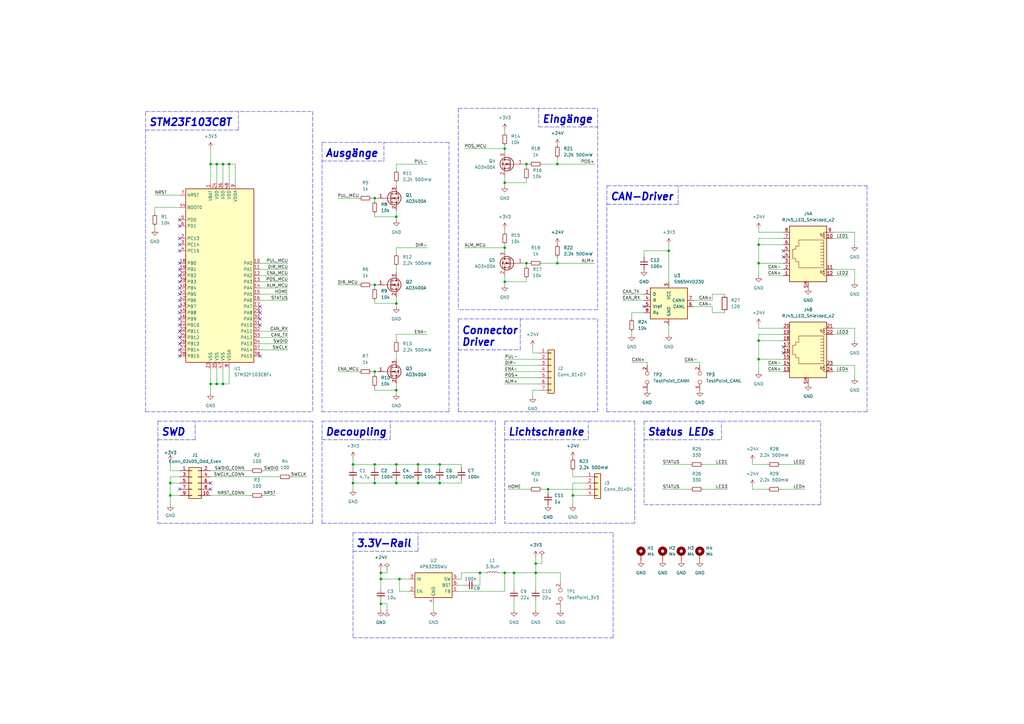
<source format=kicad_sch>
(kicad_sch (version 20211123) (generator eeschema)
  (paper "A3")
  (junction (at 153.67 198.12))
  (junction (at 311.15 147.32))
  (junction (at 162.56 124.46))
  (junction (at 91.44 67.31))
  (junction (at 91.44 157.48))
  (junction (at 234.95 203.2))
  (junction (at 156.21 234.95))
  (junction (at 274.32 102.87))
  (junction (at 153.67 116.84))
  (junction (at 207.01 234.95))
  (junction (at 219.71 234.95))
  (junction (at 207.01 74.93))
  (junction (at 86.36 67.31))
  (junction (at 153.67 152.4))
  (junction (at 144.78 198.12))
  (junction (at 69.85 198.12))
  (junction (at 210.82 234.95))
  (junction (at 153.67 190.5))
  (junction (at 162.56 190.5))
  (junction (at 156.21 247.65))
  (junction (at 224.79 200.66))
  (junction (at 207.01 60.96))
  (junction (at 156.21 237.49))
  (junction (at 215.9 107.95))
  (junction (at 93.98 67.31))
  (junction (at 144.78 190.5))
  (junction (at 180.34 198.12))
  (junction (at 215.9 67.31))
  (junction (at 228.6 107.95))
  (junction (at 171.45 190.5))
  (junction (at 153.67 81.28))
  (junction (at 180.34 190.5))
  (junction (at 311.15 107.95))
  (junction (at 228.6 67.31))
  (junction (at 171.45 198.12))
  (junction (at 219.71 231.14))
  (junction (at 88.9 67.31))
  (junction (at 162.56 198.12))
  (junction (at 207.01 115.57))
  (junction (at 88.9 157.48))
  (junction (at 69.85 203.2))
  (junction (at 86.36 157.48))
  (junction (at 163.83 237.49))
  (junction (at 162.56 160.02))
  (junction (at 196.85 234.95))
  (junction (at 311.15 139.7))
  (junction (at 207.01 101.6))
  (junction (at 311.15 100.33))
  (junction (at 162.56 88.9))
  (no_connect (at 321.31 142.24))
  (no_connect (at 321.31 144.78))
  (no_connect (at 73.66 125.73))
  (no_connect (at 73.66 140.97))
  (no_connect (at 73.66 143.51))
  (no_connect (at 86.36 198.12))
  (no_connect (at 73.66 133.35))
  (no_connect (at 73.66 130.81))
  (no_connect (at 321.31 102.87))
  (no_connect (at 73.66 128.27))
  (no_connect (at 73.66 138.43))
  (no_connect (at 73.66 135.89))
  (no_connect (at 73.66 200.66))
  (no_connect (at 264.16 125.73))
  (no_connect (at 106.68 130.81))
  (no_connect (at 106.68 133.35))
  (no_connect (at 106.68 128.27))
  (no_connect (at 73.66 123.19))
  (no_connect (at 73.66 120.65))
  (no_connect (at 106.68 146.05))
  (no_connect (at 73.66 90.17))
  (no_connect (at 73.66 97.79))
  (no_connect (at 73.66 118.11))
  (no_connect (at 73.66 92.71))
  (no_connect (at 73.66 100.33))
  (no_connect (at 73.66 115.57))
  (no_connect (at 73.66 102.87))
  (no_connect (at 73.66 107.95))
  (no_connect (at 73.66 113.03))
  (no_connect (at 73.66 110.49))
  (no_connect (at 73.66 146.05))
  (no_connect (at 106.68 125.73))
  (no_connect (at 86.36 200.66))
  (no_connect (at 321.31 105.41))
  (wire (pts (xy 153.67 118.11) (xy 153.67 116.84)))
  (wire (pts (xy 153.67 116.84) (xy 154.94 116.84)))
  (wire (pts (xy 156.21 247.65) (xy 156.21 250.19)))
  (wire (pts (xy 153.67 88.9) (xy 162.56 88.9)))
  (wire (pts (xy 350.52 110.49) (xy 350.52 115.57)))
  (wire (pts (xy 207.01 152.4) (xy 220.98 152.4)))
  (wire (pts (xy 265.43 148.59) (xy 265.43 149.86)))
  (wire (pts (xy 180.34 190.5) (xy 189.23 190.5)))
  (wire (pts (xy 102.87 193.04) (xy 86.36 193.04)))
  (wire (pts (xy 222.25 200.66) (xy 224.79 200.66)))
  (wire (pts (xy 264.16 102.87) (xy 264.16 105.41)))
  (polyline (pts (xy 132.08 168.91) (xy 184.15 168.91)))
  (wire (pts (xy 144.78 196.85) (xy 144.78 198.12)))
  (polyline (pts (xy 80.01 180.34) (xy 80.01 172.72)))
  (polyline (pts (xy 251.46 261.62) (xy 251.46 218.44)))
  (polyline (pts (xy 59.69 168.91) (xy 128.27 168.91)))
  (polyline (pts (xy 355.6 76.2) (xy 355.6 168.91)))
  (wire (pts (xy 86.36 67.31) (xy 88.9 67.31)))
  (wire (pts (xy 207.01 101.6) (xy 207.01 102.87)))
  (wire (pts (xy 156.21 234.95) (xy 156.21 237.49)))
  (wire (pts (xy 88.9 157.48) (xy 86.36 157.48)))
  (polyline (pts (xy 264.16 172.72) (xy 336.55 172.72)))
  (wire (pts (xy 144.78 198.12) (xy 153.67 198.12)))
  (polyline (pts (xy 64.77 180.34) (xy 80.01 180.34)))
  (wire (pts (xy 195.58 240.03) (xy 196.85 240.03)))
  (wire (pts (xy 152.4 116.84) (xy 153.67 116.84)))
  (wire (pts (xy 308.61 189.23) (xy 308.61 190.5)))
  (wire (pts (xy 311.15 97.79) (xy 311.15 100.33)))
  (wire (pts (xy 107.95 203.2) (xy 113.03 203.2)))
  (wire (pts (xy 311.15 147.32) (xy 311.15 152.4)))
  (wire (pts (xy 88.9 151.13) (xy 88.9 157.48)))
  (wire (pts (xy 210.82 234.95) (xy 210.82 241.3)))
  (wire (pts (xy 69.85 203.2) (xy 73.66 203.2)))
  (polyline (pts (xy 144.78 218.44) (xy 144.78 261.62)))
  (wire (pts (xy 153.67 82.55) (xy 153.67 81.28)))
  (polyline (pts (xy 203.2 172.72) (xy 203.2 214.63)))
  (wire (pts (xy 220.98 160.02) (xy 218.44 160.02)))
  (wire (pts (xy 311.15 93.98) (xy 311.15 95.25)))
  (wire (pts (xy 144.78 187.96) (xy 144.78 190.5)))
  (wire (pts (xy 106.68 138.43) (xy 118.11 138.43)))
  (wire (pts (xy 86.36 60.96) (xy 86.36 67.31)))
  (polyline (pts (xy 160.02 180.34) (xy 160.02 172.72)))
  (wire (pts (xy 234.95 203.2) (xy 234.95 207.01)))
  (wire (pts (xy 259.08 128.27) (xy 264.16 128.27)))
  (wire (pts (xy 229.87 234.95) (xy 229.87 238.76)))
  (wire (pts (xy 88.9 67.31) (xy 88.9 74.93)))
  (polyline (pts (xy 132.08 214.63) (xy 132.08 172.72)))
  (wire (pts (xy 314.96 110.49) (xy 321.31 110.49)))
  (wire (pts (xy 219.71 231.14) (xy 219.71 234.95)))
  (wire (pts (xy 222.25 67.31) (xy 228.6 67.31)))
  (wire (pts (xy 144.78 198.12) (xy 144.78 200.66)))
  (wire (pts (xy 106.68 140.97) (xy 118.11 140.97)))
  (wire (pts (xy 163.83 242.57) (xy 167.64 242.57)))
  (wire (pts (xy 138.43 116.84) (xy 147.32 116.84)))
  (wire (pts (xy 138.43 152.4) (xy 147.32 152.4)))
  (wire (pts (xy 93.98 151.13) (xy 93.98 157.48)))
  (wire (pts (xy 207.01 74.93) (xy 207.01 76.2)))
  (wire (pts (xy 314.96 152.4) (xy 321.31 152.4)))
  (wire (pts (xy 218.44 160.02) (xy 218.44 162.56)))
  (wire (pts (xy 208.28 200.66) (xy 217.17 200.66)))
  (wire (pts (xy 207.01 147.32) (xy 220.98 147.32)))
  (polyline (pts (xy 245.11 168.91) (xy 245.11 130.81)))
  (wire (pts (xy 106.68 107.95) (xy 118.11 107.95)))
  (wire (pts (xy 228.6 107.95) (xy 243.84 107.95)))
  (polyline (pts (xy 132.08 66.04) (xy 157.48 66.04)))
  (wire (pts (xy 311.15 137.16) (xy 311.15 139.7)))
  (wire (pts (xy 93.98 157.48) (xy 91.44 157.48)))
  (wire (pts (xy 320.04 190.5) (xy 330.2 190.5)))
  (wire (pts (xy 308.61 190.5) (xy 314.96 190.5)))
  (wire (pts (xy 311.15 139.7) (xy 311.15 147.32)))
  (wire (pts (xy 63.5 85.09) (xy 63.5 87.63)))
  (polyline (pts (xy 187.96 143.51) (xy 213.36 143.51)))
  (wire (pts (xy 292.1 120.65) (xy 297.18 120.65)))
  (wire (pts (xy 106.68 143.51) (xy 118.11 143.51)))
  (wire (pts (xy 158.75 247.65) (xy 156.21 247.65)))
  (polyline (pts (xy 264.16 172.72) (xy 264.16 207.01)))
  (wire (pts (xy 341.63 110.49) (xy 350.52 110.49)))
  (wire (pts (xy 69.85 189.23) (xy 69.85 193.04)))
  (polyline (pts (xy 144.78 261.62) (xy 251.46 261.62)))
  (wire (pts (xy 152.4 81.28) (xy 153.67 81.28)))
  (wire (pts (xy 162.56 157.48) (xy 162.56 160.02)))
  (wire (pts (xy 207.01 113.03) (xy 207.01 115.57)))
  (wire (pts (xy 153.67 190.5) (xy 162.56 190.5)))
  (wire (pts (xy 93.98 67.31) (xy 93.98 74.93)))
  (polyline (pts (xy 187.96 130.81) (xy 187.96 168.91)))
  (wire (pts (xy 240.03 198.12) (xy 234.95 198.12)))
  (wire (pts (xy 106.68 135.89) (xy 118.11 135.89)))
  (wire (pts (xy 219.71 234.95) (xy 229.87 234.95)))
  (wire (pts (xy 91.44 67.31) (xy 91.44 74.93)))
  (polyline (pts (xy 157.48 66.04) (xy 157.48 58.42)))
  (wire (pts (xy 280.67 148.59) (xy 287.02 148.59)))
  (wire (pts (xy 106.68 113.03) (xy 118.11 113.03)))
  (polyline (pts (xy 184.15 168.91) (xy 184.15 58.42)))
  (wire (pts (xy 222.25 107.95) (xy 228.6 107.95)))
  (polyline (pts (xy 207.01 180.34) (xy 241.3 180.34)))
  (polyline (pts (xy 213.36 143.51) (xy 213.36 130.81)))
  (wire (pts (xy 292.1 125.73) (xy 292.1 128.27)))
  (wire (pts (xy 152.4 152.4) (xy 153.67 152.4)))
  (polyline (pts (xy 220.98 44.45) (xy 220.98 52.07)))
  (wire (pts (xy 69.85 195.58) (xy 73.66 195.58)))
  (wire (pts (xy 311.15 107.95) (xy 311.15 113.03)))
  (wire (pts (xy 196.85 240.03) (xy 196.85 234.95)))
  (wire (pts (xy 189.23 196.85) (xy 189.23 198.12)))
  (wire (pts (xy 138.43 81.28) (xy 147.32 81.28)))
  (polyline (pts (xy 207.01 172.72) (xy 207.01 214.63)))
  (wire (pts (xy 187.96 240.03) (xy 190.5 240.03)))
  (wire (pts (xy 229.87 250.19) (xy 229.87 248.92)))
  (wire (pts (xy 189.23 190.5) (xy 189.23 191.77)))
  (polyline (pts (xy 187.96 44.45) (xy 245.11 44.45)))
  (polyline (pts (xy 248.92 168.91) (xy 248.92 76.2)))
  (wire (pts (xy 259.08 130.81) (xy 259.08 128.27)))
  (wire (pts (xy 162.56 86.36) (xy 162.56 88.9)))
  (wire (pts (xy 207.01 59.69) (xy 207.01 60.96)))
  (wire (pts (xy 341.63 134.62) (xy 350.52 134.62)))
  (wire (pts (xy 162.56 124.46) (xy 162.56 125.73)))
  (wire (pts (xy 321.31 95.25) (xy 311.15 95.25)))
  (wire (pts (xy 271.78 200.66) (xy 283.21 200.66)))
  (wire (pts (xy 107.95 193.04) (xy 114.3 193.04)))
  (wire (pts (xy 222.25 231.14) (xy 219.71 231.14)))
  (wire (pts (xy 180.34 198.12) (xy 189.23 198.12)))
  (wire (pts (xy 341.63 149.86) (xy 350.52 149.86)))
  (polyline (pts (xy 245.11 44.45) (xy 245.11 127)))
  (wire (pts (xy 255.27 123.19) (xy 264.16 123.19)))
  (polyline (pts (xy 171.45 226.06) (xy 171.45 218.44)))
  (wire (pts (xy 292.1 125.73) (xy 284.48 125.73)))
  (wire (pts (xy 287.02 148.59) (xy 287.02 149.86)))
  (wire (pts (xy 162.56 137.16) (xy 175.26 137.16)))
  (wire (pts (xy 69.85 203.2) (xy 69.85 198.12)))
  (wire (pts (xy 91.44 67.31) (xy 93.98 67.31)))
  (wire (pts (xy 153.67 196.85) (xy 153.67 198.12)))
  (wire (pts (xy 153.67 153.67) (xy 153.67 152.4)))
  (wire (pts (xy 156.21 237.49) (xy 156.21 241.3)))
  (wire (pts (xy 88.9 67.31) (xy 91.44 67.31)))
  (wire (pts (xy 162.56 67.31) (xy 175.26 67.31)))
  (wire (pts (xy 187.96 242.57) (xy 207.01 242.57)))
  (wire (pts (xy 106.68 123.19) (xy 118.11 123.19)))
  (wire (pts (xy 96.52 67.31) (xy 96.52 74.93)))
  (wire (pts (xy 106.68 110.49) (xy 118.11 110.49)))
  (wire (pts (xy 215.9 115.57) (xy 207.01 115.57)))
  (polyline (pts (xy 187.96 168.91) (xy 245.11 168.91)))
  (polyline (pts (xy 241.3 180.34) (xy 241.3 172.72)))
  (wire (pts (xy 210.82 234.95) (xy 219.71 234.95)))
  (polyline (pts (xy 132.08 58.42) (xy 132.08 168.91)))
  (wire (pts (xy 311.15 139.7) (xy 321.31 139.7)))
  (wire (pts (xy 114.3 195.58) (xy 86.36 195.58)))
  (wire (pts (xy 240.03 195.58) (xy 234.95 195.58)))
  (wire (pts (xy 350.52 149.86) (xy 350.52 154.94)))
  (wire (pts (xy 207.01 93.98) (xy 207.01 95.25)))
  (polyline (pts (xy 278.13 83.82) (xy 278.13 76.2)))
  (wire (pts (xy 189.23 237.49) (xy 189.23 234.95)))
  (wire (pts (xy 162.56 190.5) (xy 171.45 190.5)))
  (polyline (pts (xy 251.46 218.44) (xy 144.78 218.44)))
  (wire (pts (xy 162.56 101.6) (xy 175.26 101.6)))
  (wire (pts (xy 162.56 109.22) (xy 162.56 111.76)))
  (polyline (pts (xy 248.92 83.82) (xy 278.13 83.82)))
  (wire (pts (xy 86.36 151.13) (xy 86.36 157.48)))
  (wire (pts (xy 210.82 246.38) (xy 210.82 250.19)))
  (wire (pts (xy 215.9 107.95) (xy 217.17 107.95)))
  (polyline (pts (xy 187.96 130.81) (xy 245.11 130.81)))
  (wire (pts (xy 180.34 196.85) (xy 180.34 198.12)))
  (wire (pts (xy 311.15 100.33) (xy 311.15 107.95)))
  (wire (pts (xy 215.9 114.3) (xy 215.9 115.57)))
  (wire (pts (xy 214.63 67.31) (xy 215.9 67.31)))
  (polyline (pts (xy 64.77 214.63) (xy 128.27 214.63)))
  (wire (pts (xy 207.01 100.33) (xy 207.01 101.6)))
  (wire (pts (xy 341.63 152.4) (xy 347.98 152.4)))
  (wire (pts (xy 341.63 97.79) (xy 347.98 97.79)))
  (wire (pts (xy 220.98 144.78) (xy 218.44 144.78)))
  (wire (pts (xy 207.01 115.57) (xy 207.01 116.84)))
  (wire (pts (xy 162.56 160.02) (xy 162.56 161.29)))
  (wire (pts (xy 274.32 102.87) (xy 274.32 115.57)))
  (wire (pts (xy 153.67 158.75) (xy 153.67 160.02)))
  (polyline (pts (xy 245.11 127) (xy 187.96 127)))
  (wire (pts (xy 341.63 113.03) (xy 347.98 113.03)))
  (wire (pts (xy 207.01 72.39) (xy 207.01 74.93)))
  (wire (pts (xy 222.25 228.6) (xy 222.25 231.14)))
  (polyline (pts (xy 207.01 172.72) (xy 260.35 172.72)))
  (wire (pts (xy 153.67 152.4) (xy 154.94 152.4)))
  (wire (pts (xy 228.6 67.31) (xy 243.84 67.31)))
  (wire (pts (xy 153.67 81.28) (xy 154.94 81.28)))
  (wire (pts (xy 153.67 198.12) (xy 162.56 198.12)))
  (wire (pts (xy 153.67 124.46) (xy 162.56 124.46)))
  (wire (pts (xy 341.63 137.16) (xy 347.98 137.16)))
  (polyline (pts (xy 260.35 172.72) (xy 260.35 214.63)))
  (wire (pts (xy 144.78 190.5) (xy 153.67 190.5)))
  (wire (pts (xy 311.15 107.95) (xy 321.31 107.95)))
  (wire (pts (xy 162.56 190.5) (xy 162.56 191.77)))
  (polyline (pts (xy 187.96 44.45) (xy 187.96 127)))
  (wire (pts (xy 162.56 101.6) (xy 162.56 104.14)))
  (wire (pts (xy 219.71 234.95) (xy 219.71 241.3)))
  (polyline (pts (xy 59.69 168.91) (xy 59.69 45.72)))
  (wire (pts (xy 167.64 237.49) (xy 163.83 237.49)))
  (wire (pts (xy 69.85 207.01) (xy 69.85 203.2)))
  (wire (pts (xy 196.85 234.95) (xy 199.39 234.95)))
  (wire (pts (xy 207.01 154.94) (xy 220.98 154.94)))
  (wire (pts (xy 207.01 149.86) (xy 220.98 149.86)))
  (wire (pts (xy 218.44 142.24) (xy 218.44 144.78)))
  (wire (pts (xy 63.5 80.01) (xy 73.66 80.01)))
  (wire (pts (xy 187.96 237.49) (xy 189.23 237.49)))
  (wire (pts (xy 163.83 237.49) (xy 163.83 242.57)))
  (wire (pts (xy 171.45 190.5) (xy 171.45 191.77)))
  (wire (pts (xy 162.56 74.93) (xy 162.56 76.2)))
  (wire (pts (xy 73.66 85.09) (xy 63.5 85.09)))
  (polyline (pts (xy 128.27 214.63) (xy 128.27 172.72)))
  (polyline (pts (xy 248.92 76.2) (xy 355.6 76.2)))
  (wire (pts (xy 86.36 157.48) (xy 86.36 161.29)))
  (wire (pts (xy 63.5 92.71) (xy 63.5 93.98)))
  (wire (pts (xy 224.79 200.66) (xy 240.03 200.66)))
  (wire (pts (xy 292.1 128.27) (xy 297.18 128.27)))
  (wire (pts (xy 311.15 133.35) (xy 311.15 134.62)))
  (polyline (pts (xy 295.91 180.34) (xy 295.91 172.72)))
  (polyline (pts (xy 59.69 45.72) (xy 128.27 45.72)))
  (polyline (pts (xy 132.08 172.72) (xy 203.2 172.72)))
  (polyline (pts (xy 260.35 214.63) (xy 207.01 214.63)))
  (wire (pts (xy 274.32 100.33) (xy 274.32 102.87)))
  (wire (pts (xy 171.45 198.12) (xy 180.34 198.12)))
  (polyline (pts (xy 355.6 168.91) (xy 248.92 168.91)))
  (wire (pts (xy 215.9 67.31) (xy 217.17 67.31)))
  (wire (pts (xy 171.45 196.85) (xy 171.45 198.12)))
  (wire (pts (xy 190.5 101.6) (xy 207.01 101.6)))
  (polyline (pts (xy 64.77 172.72) (xy 128.27 172.72)))
  (wire (pts (xy 311.15 100.33) (xy 321.31 100.33)))
  (wire (pts (xy 156.21 237.49) (xy 163.83 237.49)))
  (wire (pts (xy 308.61 200.66) (xy 314.96 200.66)))
  (wire (pts (xy 259.08 135.89) (xy 259.08 137.16)))
  (wire (pts (xy 207.01 60.96) (xy 207.01 62.23)))
  (wire (pts (xy 314.96 149.86) (xy 321.31 149.86)))
  (wire (pts (xy 162.56 198.12) (xy 171.45 198.12)))
  (wire (pts (xy 219.71 228.6) (xy 219.71 231.14)))
  (wire (pts (xy 224.79 200.66) (xy 224.79 201.93)))
  (wire (pts (xy 162.56 144.78) (xy 162.56 147.32)))
  (wire (pts (xy 86.36 67.31) (xy 86.36 74.93)))
  (polyline (pts (xy 132.08 214.63) (xy 203.2 214.63)))
  (wire (pts (xy 73.66 193.04) (xy 69.85 193.04)))
  (wire (pts (xy 171.45 190.5) (xy 180.34 190.5)))
  (wire (pts (xy 350.52 134.62) (xy 350.52 139.7)))
  (wire (pts (xy 215.9 73.66) (xy 215.9 74.93)))
  (wire (pts (xy 320.04 200.66) (xy 330.2 200.66)))
  (wire (pts (xy 321.31 97.79) (xy 311.15 97.79)))
  (polyline (pts (xy 144.78 226.06) (xy 171.45 226.06)))
  (wire (pts (xy 119.38 195.58) (xy 125.73 195.58)))
  (wire (pts (xy 207.01 234.95) (xy 210.82 234.95)))
  (wire (pts (xy 162.56 121.92) (xy 162.56 124.46)))
  (wire (pts (xy 215.9 67.31) (xy 215.9 68.58)))
  (wire (pts (xy 180.34 190.5) (xy 180.34 191.77)))
  (wire (pts (xy 207.01 53.34) (xy 207.01 54.61)))
  (wire (pts (xy 190.5 60.96) (xy 207.01 60.96)))
  (wire (pts (xy 259.08 148.59) (xy 265.43 148.59)))
  (wire (pts (xy 219.71 246.38) (xy 219.71 250.19)))
  (wire (pts (xy 153.67 160.02) (xy 162.56 160.02)))
  (wire (pts (xy 271.78 190.5) (xy 283.21 190.5)))
  (polyline (pts (xy 184.15 58.42) (xy 132.08 58.42)))
  (polyline (pts (xy 128.27 45.72) (xy 128.27 168.91)))
  (wire (pts (xy 255.27 120.65) (xy 264.16 120.65)))
  (wire (pts (xy 234.95 203.2) (xy 240.03 203.2)))
  (wire (pts (xy 69.85 198.12) (xy 73.66 198.12)))
  (wire (pts (xy 158.75 233.68) (xy 158.75 234.95)))
  (wire (pts (xy 284.48 123.19) (xy 292.1 123.19)))
  (wire (pts (xy 207.01 242.57) (xy 207.01 234.95)))
  (wire (pts (xy 207.01 157.48) (xy 220.98 157.48)))
  (wire (pts (xy 162.56 137.16) (xy 162.56 139.7)))
  (polyline (pts (xy 59.69 53.34) (xy 97.79 53.34)))
  (wire (pts (xy 106.68 115.57) (xy 118.11 115.57)))
  (wire (pts (xy 274.32 133.35) (xy 274.32 137.16)))
  (wire (pts (xy 106.68 120.65) (xy 118.11 120.65)))
  (polyline (pts (xy 64.77 172.72) (xy 64.77 214.63)))
  (wire (pts (xy 215.9 107.95) (xy 215.9 109.22)))
  (wire (pts (xy 153.67 190.5) (xy 153.67 191.77)))
  (wire (pts (xy 228.6 64.77) (xy 228.6 67.31)))
  (wire (pts (xy 214.63 107.95) (xy 215.9 107.95)))
  (wire (pts (xy 153.67 87.63) (xy 153.67 88.9)))
  (polyline (pts (xy 264.16 207.01) (xy 336.55 207.01)))
  (wire (pts (xy 288.29 200.66) (xy 298.45 200.66)))
  (wire (pts (xy 215.9 74.93) (xy 207.01 74.93)))
  (wire (pts (xy 314.96 113.03) (xy 321.31 113.03)))
  (wire (pts (xy 162.56 67.31) (xy 162.56 69.85)))
  (polyline (pts (xy 264.16 180.34) (xy 295.91 180.34)))
  (wire (pts (xy 106.68 118.11) (xy 118.11 118.11)))
  (wire (pts (xy 69.85 198.12) (xy 69.85 195.58)))
  (wire (pts (xy 321.31 134.62) (xy 311.15 134.62)))
  (wire (pts (xy 308.61 199.39) (xy 308.61 200.66)))
  (polyline (pts (xy 220.98 52.07) (xy 245.11 52.07)))
  (wire (pts (xy 228.6 105.41) (xy 228.6 107.95)))
  (wire (pts (xy 162.56 88.9) (xy 162.56 90.17)))
  (wire (pts (xy 311.15 147.32) (xy 321.31 147.32)))
  (wire (pts (xy 153.67 123.19) (xy 153.67 124.46)))
  (wire (pts (xy 234.95 193.04) (xy 234.95 195.58)))
  (wire (pts (xy 91.44 151.13) (xy 91.44 157.48)))
  (polyline (pts (xy 97.79 53.34) (xy 97.79 45.72)))
  (wire (pts (xy 93.98 67.31) (xy 96.52 67.31)))
  (wire (pts (xy 292.1 123.19) (xy 292.1 120.65)))
  (wire (pts (xy 204.47 234.95) (xy 207.01 234.95)))
  (wire (pts (xy 91.44 157.48) (xy 88.9 157.48)))
  (wire (pts (xy 158.75 250.19) (xy 158.75 247.65)))
  (wire (pts (xy 156.21 246.38) (xy 156.21 247.65)))
  (wire (pts (xy 274.32 102.87) (xy 264.16 102.87)))
  (wire (pts (xy 234.95 198.12) (xy 234.95 203.2)))
  (wire (pts (xy 189.23 234.95) (xy 196.85 234.95)))
  (wire (pts (xy 162.56 196.85) (xy 162.56 198.12)))
  (wire (pts (xy 156.21 233.68) (xy 156.21 234.95)))
  (wire (pts (xy 350.52 95.25) (xy 350.52 100.33)))
  (wire (pts (xy 177.8 247.65) (xy 177.8 250.19)))
  (polyline (pts (xy 336.55 207.01) (xy 336.55 172.72)))
  (wire (pts (xy 321.31 137.16) (xy 311.15 137.16)))
  (wire (pts (xy 158.75 234.95) (xy 156.21 234.95)))
  (wire (pts (xy 144.78 190.5) (xy 144.78 191.77)))
  (wire (pts (xy 288.29 190.5) (xy 298.45 190.5)))
  (wire (pts (xy 102.87 203.2) (xy 86.36 203.2)))
  (wire (pts (xy 341.63 95.25) (xy 350.52 95.25)))
  (polyline (pts (xy 132.08 180.34) (xy 160.02 180.34)))
  (text "Eingänge" (at 222.25 50.8 0) (effects (font (size 2.9972 2.9972) (thickness 0.5994) bold italic) (justify left bottom)))
  (text "Lichtschranke" (at 208.28 179.07 0) (effects (font (size 2.9972 2.9972) (thickness 0.5994) bold italic) (justify left bottom)))
  (text "SWD" (at 66.04 179.07 0) (effects (font (size 2.9972 2.9972) (thickness 0.5994) bold italic) (justify left bottom)))
  (text "Connector\nDriver" (at 189.23 142.24 0) (effects (font (size 2.9972 2.9972) (thickness 0.5994) bold italic) (justify left bottom)))
  (text "CAN-Driver" (at 250.19 82.55 0) (effects (font (size 3 3) (thickness 0.6) bold italic) (justify left bottom)))
  (text "Ausgänge" (at 133.35 64.77 0) (effects (font (size 2.9972 2.9972) (thickness 0.5994) bold italic) (justify left bottom)))
  (text "3.3V-Rail" (at 146.05 224.79 0) (effects (font (size 3 3) (thickness 0.6) bold italic) (justify left bottom)))
  (text "STM23F103C8T" (at 60.96 52.07 0) (effects (font (size 2.9972 2.9972) (thickness 0.5994) bold italic) (justify left bottom)))
  (text "Decoupling" (at 133.35 179.07 0) (effects (font (size 2.9972 2.9972) (thickness 0.5994) bold italic) (justify left bottom)))
  (text "Status LEDs" (at 265.43 179.07 0) (effects (font (size 2.9972 2.9972) (thickness 0.5994) bold italic) (justify left bottom)))
  (label "CAN_TX" (at 255.27 120.65 0))
  (label "POS+" (at 207.01 154.94 0))
  (label "SWDIO_CONN" (at 100.33 193.04 180))
  (label "POS_MCU" (at 118.11 115.57 180))
  (label "STATUS" (at 271.78 200.66 0))
  (label "SWDIO" (at 118.11 140.97 180))
  (label "SWCLK_CONN" (at 100.33 195.58 180))
  (label "LED1" (at 347.98 97.79 180))
  (label "LED4" (at 347.98 152.4 180))
  (label "CAN-" (at 314.96 110.49 0))
  (label "DIR-" (at 207.01 149.86 0))
  (label "STATUS" (at 118.11 123.19 180))
  (label "LED4" (at 330.2 200.66 180))
  (label "CAN+" (at 259.08 148.59 0))
  (label "CAN-" (at 314.96 149.86 0))
  (label "PUL-" (at 207.01 147.32 0))
  (label "ENA_MCU" (at 138.43 152.4 0))
  (label "POS+" (at 243.84 67.31 180))
  (label "CAN_RX" (at 118.11 135.89 180))
  (label "CAN+" (at 314.96 152.4 0))
  (label "ENA-" (at 207.01 152.4 0))
  (label "NRST_CONN" (at 100.33 203.2 180))
  (label "ENA-" (at 175.26 137.16 180))
  (label "PUL-" (at 175.26 67.31 180))
  (label "DIR_MCU" (at 118.11 110.49 180))
  (label "ALM+" (at 243.84 107.95 180))
  (label "NRST" (at 63.5 80.01 0))
  (label "STATUS" (at 271.78 190.5 0))
  (label "CAN-" (at 292.1 125.73 180))
  (label "CAN+" (at 314.96 113.03 0))
  (label "LED2" (at 330.2 190.5 180))
  (label "CAN+" (at 292.1 123.19 180))
  (label "PUL_MCU" (at 118.11 107.95 180))
  (label "DIR-" (at 175.26 101.6 180))
  (label "ALM_MCU" (at 190.5 101.6 0))
  (label "HOME" (at 208.28 200.66 0))
  (label "LED2" (at 347.98 113.03 180))
  (label "SWCLK" (at 118.11 143.51 180))
  (label "SWDIO" (at 114.3 193.04 180))
  (label "POS_MCU" (at 190.5 60.96 0))
  (label "LED3" (at 298.45 200.66 180))
  (label "ALM+" (at 207.01 157.48 0))
  (label "CAN_RX" (at 255.27 123.19 0))
  (label "ALM_MCU" (at 118.11 118.11 180))
  (label "HOME" (at 118.11 120.65 180))
  (label "LED3" (at 347.98 137.16 180))
  (label "SWCLK" (at 125.73 195.58 180))
  (label "NRST" (at 113.03 203.2 180))
  (label "ENA_MCU" (at 118.11 113.03 180))
  (label "PUL_MCU" (at 138.43 81.28 0))
  (label "CAN_TX" (at 118.11 138.43 180))
  (label "CAN-" (at 280.67 148.59 0))
  (label "LED1" (at 298.45 190.5 180))
  (label "DIR_MCU" (at 138.43 116.84 0))
  (symbol (lib_id "power:+24V") (at 308.61 199.39 0) (unit 1)
    (property "Reference" "#PWR040" (effects hide))
    (property "Value" "+24V" (at 308.61 194.31 0))
  )
  (symbol (lib_id "Connector_Generic:Conn_01x04") (at 245.11 198.12 0) (unit 1)
    (property "Reference" "J3" (at 247.65 198.1199 0) (effects (justify left)))
    (property "Value" "Conn_01x04" (at 247.65 200.6599 0) (effects (justify left)))
    (property "Footprint" "WR-WTB:61900411121" (effects hide))
  )
  (symbol (lib_id "power:GND") (at 219.71 250.19 0) (unit 1)
    (property "Reference" "#PWR022" (effects hide))
    (property "Value" "GND" (at 219.71 255.27 0))
  )
  (symbol (lib_id "Device:R_Small") (at 153.67 85.09 0) (unit 1)
    (property "Reference" "R8" (at 156.21 83.8199 0) (effects (justify left)))
    (property "Value" "10k" (at 156.21 86.3599 0) (effects (justify left)))
    (property "Footprint" "Resistor_SMD:R_0402_1005Metric" (effects hide))
  )
  (symbol (lib_id "power:GND") (at 229.87 250.19 0) (unit 1)
    (property "Reference" "#PWR026" (effects hide))
    (property "Value" "GND" (at 229.87 255.27 0))
  )
  (symbol (lib_id "power:GND") (at 210.82 250.19 0) (unit 1)
    (property "Reference" "#PWR018" (effects hide))
    (property "Value" "GND" (at 210.82 255.27 0))
  )
  (symbol (lib_id "power:GND") (at 350.52 100.33 0) (unit 1)
    (property "Reference" "#PWR047" (effects hide))
    (property "Value" "GND" (at 350.52 105.41 0))
  )
  (symbol (lib_id "power:+24V") (at 228.6 59.69 0) (unit 1)
    (property "Reference" "#PWR024" (effects hide))
    (property "Value" "+24V" (at 228.6 54.61 0))
  )
  (symbol (lib_id "Transistor_FET:AO3400A") (at 209.55 107.95 0) (mirror y) (unit 1)
    (property "Reference" "Q5" (at 203.2 106.6799 0) (effects (justify left)))
    (property "Value" "AO3400A" (at 203.2 109.2199 0) (effects (justify left)))
    (property "Footprint" "Package_TO_SOT_SMD:SOT-23" (effects hide))
    (property "Datasheet" "http://www.aosmd.com/pdfs/datasheet/AO3400A.pdf" (effects hide))
  )
  (symbol (lib_id "Connector:RJ45_LED_Shielded_x2") (at 331.47 105.41 0) (mirror y) (unit 1)
    (property "Reference" "J4" (at 331.47 87.63 0))
    (property "Value" "RJ45_LED_Shielded_x2" (at 331.47 90.17 0))
    (property "Footprint" "Connector_RJ:RJ45_Amphenol_RJHSE538X-02" (effects hide))
  )
  (symbol (lib_id "power:+24V") (at 218.44 142.24 0) (unit 1)
    (property "Reference" "#PWR019" (effects hide))
    (property "Value" "+24V" (at 218.44 137.16 0))
  )
  (symbol (lib_id "power:GND") (at 162.56 90.17 0) (unit 1)
    (property "Reference" "#PWR010" (effects hide))
    (property "Value" "GND" (at 162.56 95.25 0))
  )
  (symbol (lib_id "Device:R_Small") (at 317.5 190.5 90) (unit 1)
    (property "Reference" "R28" (at 317.5 184.15 90))
    (property "Value" "2.2k 500mW" (at 317.5 186.69 90))
    (property "Footprint" "Resistor_SMD:R_0805_2012Metric" (effects hide))
  )
  (symbol (lib_id "Device:R_Small") (at 153.67 120.65 0) (unit 1)
    (property "Reference" "R9" (at 156.21 119.3799 0) (effects (justify left)))
    (property "Value" "10k" (at 156.21 121.9199 0) (effects (justify left)))
    (property "Footprint" "Resistor_SMD:R_0402_1005Metric" (effects hide))
  )
  (symbol (lib_id "power:GND") (at 218.44 162.56 0) (unit 1)
    (property "Reference" "#PWR020" (effects hide))
    (property "Value" "GND" (at 218.44 167.64 0))
  )
  (symbol (lib_id "Device:R_Small") (at 162.56 72.39 0) (unit 1)
    (property "Reference" "R11" (at 165.1 71.1199 0) (effects (justify left)))
    (property "Value" "2.2k 500mW" (at 165.1 73.6599 0) (effects (justify left)))
    (property "Footprint" "Resistor_SMD:R_0805_2012Metric" (effects hide))
  )
  (symbol (lib_id "Device:R_Small") (at 219.71 67.31 90) (unit 1)
    (property "Reference" "R18" (at 219.71 60.96 90))
    (property "Value" "1k" (at 219.71 63.5 90))
    (property "Footprint" "Resistor_SMD:R_0402_1005Metric" (effects hide))
  )
  (symbol (lib_id "power:GND") (at 69.85 207.01 0) (unit 1)
    (property "Reference" "#PWR03" (effects hide))
    (property "Value" "GND" (at 69.85 211.4534 0))
  )
  (symbol (lib_id "Device:C_Small") (at 162.56 194.31 0) (unit 1)
    (property "Reference" "C4" (at 165.1 193.0462 0) (effects (justify left)))
    (property "Value" "100n" (at 165.1 195.5862 0) (effects (justify left)))
    (property "Footprint" "Capacitor_SMD:C_0402_1005Metric" (effects hide))
  )
  (symbol (lib_id "Device:R_Small") (at 105.41 193.04 90) (unit 1)
    (property "Reference" "R2" (at 105.41 186.69 90))
    (property "Value" "100" (at 105.41 189.23 90))
    (property "Footprint" "Resistor_SMD:R_0402_1005Metric" (effects hide))
  )
  (symbol (lib_id "power:GND") (at 86.36 161.29 0) (unit 1)
    (property "Reference" "#PWR05" (effects hide))
    (property "Value" "GND" (at 86.36 166.37 0))
  )
  (symbol (lib_id "power:GND") (at 311.15 152.4 0) (unit 1)
    (property "Reference" "#PWR044" (effects hide))
    (property "Value" "GND" (at 311.15 157.48 0))
  )
  (symbol (lib_id "power:+3V3") (at 207.01 93.98 0) (unit 1)
    (property "Reference" "#PWR016" (effects hide))
    (property "Value" "+3V3" (at 207.01 88.9 0))
  )
  (symbol (lib_id "power:+24V") (at 308.61 189.23 0) (unit 1)
    (property "Reference" "#PWR039" (effects hide))
    (property "Value" "+24V" (at 308.61 184.15 0))
  )
  (symbol (lib_id "Mechanical:MountingHole_Pad") (at 287.02 227.33 0) (unit 1) (in_bom no)
    (property "Reference" "H4" (at 289.56 224.7899 0) (effects (justify left)))
    (property "Value" "M4" (at 289.56 227.3299 0) (effects (justify left)))
    (property "Footprint" "MountingHole:MountingHole_4.3mm_M4_Pad_Via" (effects hide))
  )
  (symbol (lib_id "power:GND") (at 350.52 115.57 0) (unit 1)
    (property "Reference" "#PWR048" (effects hide))
    (property "Value" "GND" (at 350.52 120.65 0))
  )
  (symbol (lib_id "Device:R_Small") (at 215.9 111.76 0) (unit 1)
    (property "Reference" "R17" (at 218.44 110.4899 0) (effects (justify left)))
    (property "Value" "10k" (at 218.44 113.0299 0) (effects (justify left)))
    (property "Footprint" "Resistor_SMD:R_0402_1005Metric" (effects hide))
  )
  (symbol (lib_id "Regulator_Switching:AP63200WU") (at 177.8 240.03 0) (unit 1)
    (property "Reference" "U2" (at 177.8 229.87 0))
    (property "Value" "AP63200WU" (at 177.8 232.41 0))
    (property "Footprint" "Package_TO_SOT_SMD:TSOT-23-6" (effects hide))
    (property "Datasheet" "https://www.diodes.com/assets/Datasheets/AP63200-AP63201-AP63203-AP63205.pdf" (effects hide))
  )
  (symbol (lib_id "Device:R_Small") (at 215.9 71.12 0) (unit 1)
    (property "Reference" "R16" (at 218.44 69.8499 0) (effects (justify left)))
    (property "Value" "10k" (at 218.44 72.3899 0) (effects (justify left)))
    (property "Footprint" "Resistor_SMD:R_0402_1005Metric" (effects hide))
  )
  (symbol (lib_id "Mechanical:MountingHole_Pad") (at 262.89 227.33 0) (unit 1) (in_bom no)
    (property "Reference" "H1" (at 265.43 224.7899 0) (effects (justify left)))
    (property "Value" "M4" (at 265.43 227.3299 0) (effects (justify left)))
    (property "Footprint" "MountingHole:MountingHole_4.3mm_M4_Pad_Via" (effects hide))
  )
  (symbol (lib_id "power:GND") (at 331.47 118.11 0) (unit 1)
    (property "Reference" "#PWR045" (effects hide))
    (property "Value" "GND" (at 331.47 123.19 0))
  )
  (symbol (lib_id "power:+3V3") (at 86.36 60.96 0) (unit 1)
    (property "Reference" "#PWR04" (effects hide))
    (property "Value" "+3V3" (at 86.36 55.88 0))
  )
  (symbol (lib_id "Device:C_Small") (at 193.04 240.03 90) (unit 1)
    (property "Reference" "C8" (at 195.58 241.3 90))
    (property "Value" "100n" (at 193.04 237.49 90))
    (property "Footprint" "Capacitor_SMD:C_0402_1005Metric" (effects hide))
  )
  (symbol (lib_id "power:GND") (at 279.4 229.87 0) (unit 1)
    (property "Reference" "#PWR036" (effects hide))
    (property "Value" "GND" (at 279.4 234.95 0))
  )
  (symbol (lib_id "power:GND") (at 350.52 139.7 0) (unit 1)
    (property "Reference" "#PWR049" (effects hide))
    (property "Value" "GND" (at 350.52 144.78 0))
  )
  (symbol (lib_id "Device:C_Small") (at 224.79 204.47 0) (unit 1)
    (property "Reference" "C11" (at 227.33 203.2062 0) (effects (justify left)))
    (property "Value" "1u" (at 227.33 205.74 0) (effects (justify left)))
    (property "Footprint" "Capacitor_SMD:C_0402_1005Metric" (effects hide))
  )
  (symbol (lib_id "Device:R_Small") (at 153.67 156.21 0) (unit 1)
    (property "Reference" "R10" (at 156.21 154.9399 0) (effects (justify left)))
    (property "Value" "10k" (at 156.21 157.4799 0) (effects (justify left)))
    (property "Footprint" "Resistor_SMD:R_0402_1005Metric" (effects hide))
  )
  (symbol (lib_id "power:GND") (at 234.95 207.01 0) (unit 1)
    (property "Reference" "#PWR028" (effects hide))
    (property "Value" "GND" (at 234.95 212.09 0))
  )
  (symbol (lib_id "power:+3V3") (at 207.01 53.34 0) (unit 1)
    (property "Reference" "#PWR014" (effects hide))
    (property "Value" "+3V3" (at 207.01 48.26 0))
  )
  (symbol (lib_id "power:GND") (at 262.89 229.87 0) (unit 1)
    (property "Reference" "#PWR030" (effects hide))
    (property "Value" "GND" (at 262.89 234.95 0))
  )
  (symbol (lib_id "power:PWR_FLAG") (at 222.25 228.6 0) (unit 1)
    (property "Reference" "#FLG03" (effects hide))
    (property "Value" "PWR_FLAG" (effects hide))
  )
  (symbol (lib_id "Device:R_Small") (at 105.41 203.2 90) (unit 1)
    (property "Reference" "R3" (at 105.41 196.85 90))
    (property "Value" "100" (at 105.41 199.39 90))
    (property "Footprint" "Resistor_SMD:R_0402_1005Metric" (effects hide))
  )
  (symbol (lib_id "power:GND") (at 274.32 137.16 0) (unit 1)
    (property "Reference" "#PWR035" (effects hide))
    (property "Value" "GND" (at 274.32 142.24 0))
  )
  (symbol (lib_id "Transistor_FET:AO3400A") (at 160.02 152.4 0) (unit 1)
    (property "Reference" "Q3" (at 166.37 151.1299 0) (effects (justify left)))
    (property "Value" "AO3400A" (at 166.37 153.6699 0) (effects (justify left)))
    (property "Footprint" "Package_TO_SOT_SMD:SOT-23" (effects hide))
    (property "Datasheet" "http://www.aosmd.com/pdfs/datasheet/AO3400A.pdf" (effects hide))
  )
  (symbol (lib_id "Device:C_Small") (at 180.34 194.31 0) (unit 1)
    (property "Reference" "C6" (at 182.88 193.0462 0) (effects (justify left)))
    (property "Value" "100n" (at 182.88 195.5862 0) (effects (justify left)))
    (property "Footprint" "Capacitor_SMD:C_0402_1005Metric" (effects hide))
  )
  (symbol (lib_id "Device:R_Small") (at 228.6 102.87 0) (unit 1)
    (property "Reference" "R22" (at 231.14 101.5999 0) (effects (justify left)))
    (property "Value" "2.2k 500mW" (at 231.14 104.1399 0) (effects (justify left)))
    (property "Footprint" "Resistor_SMD:R_0805_2012Metric" (effects hide))
  )
  (symbol (lib_id "power:+3V3") (at 69.85 189.23 0) (unit 1)
    (property "Reference" "#PWR02" (effects hide))
    (property "Value" "+3V3" (at 69.85 185.6542 0))
  )
  (symbol (lib_id "Device:R_Small") (at 63.5 90.17 0) (unit 1)
    (property "Reference" "R1" (at 66.04 88.8999 0) (effects (justify left)))
    (property "Value" "10k" (at 66.04 91.4399 0) (effects (justify left)))
    (property "Footprint" "Resistor_SMD:R_0402_1005Metric" (effects hide))
  )
  (symbol (lib_id "power:PWR_FLAG") (at 158.75 233.68 0) (unit 1)
    (property "Reference" "#FLG01" (effects hide))
    (property "Value" "PWR_FLAG" (effects hide))
  )
  (symbol (lib_id "power:+3V3") (at 219.71 228.6 0) (unit 1)
    (property "Reference" "#PWR021" (effects hide))
    (property "Value" "+3V3" (at 219.71 223.52 0))
  )
  (symbol (lib_id "Mechanical:MountingHole_Pad") (at 279.4 227.33 0) (unit 1) (in_bom no)
    (property "Reference" "H3" (at 281.94 224.7899 0) (effects (justify left)))
    (property "Value" "M4" (at 281.94 227.3299 0) (effects (justify left)))
    (property "Footprint" "MountingHole:MountingHole_4.3mm_M4_Pad_Via" (effects hide))
  )
  (symbol (lib_id "power:GND") (at 162.56 125.73 0) (unit 1)
    (property "Reference" "#PWR011" (effects hide))
    (property "Value" "GND" (at 162.56 130.81 0))
  )
  (symbol (lib_id "Transistor_FET:AO3400A") (at 160.02 116.84 0) (unit 1)
    (property "Reference" "Q2" (at 166.37 115.5699 0) (effects (justify left)))
    (property "Value" "AO3400A" (at 166.37 118.1099 0) (effects (justify left)))
    (property "Footprint" "Package_TO_SOT_SMD:SOT-23" (effects hide))
    (property "Datasheet" "http://www.aosmd.com/pdfs/datasheet/AO3400A.pdf" (effects hide))
  )
  (symbol (lib_id "power:GND") (at 207.01 116.84 0) (unit 1)
    (property "Reference" "#PWR017" (effects hide))
    (property "Value" "GND" (at 207.01 121.92 0))
  )
  (symbol (lib_id "Mechanical:MountingHole_Pad") (at 271.78 227.33 0) (unit 1) (in_bom no)
    (property "Reference" "H2" (at 274.32 224.7899 0) (effects (justify left)))
    (property "Value" "M4" (at 274.32 227.3299 0) (effects (justify left)))
    (property "Footprint" "MountingHole:MountingHole_4.3mm_M4_Pad_Via" (effects hide))
  )
  (symbol (lib_id "power:GND") (at 144.78 200.66 0) (unit 1)
    (property "Reference" "#PWR07" (effects hide))
    (property "Value" "GND" (at 144.78 205.74 0))
  )
  (symbol (lib_id "power:GND") (at 264.16 110.49 0) (unit 1)
    (property "Reference" "#PWR031" (effects hide))
    (property "Value" "GND" (at 264.16 115.57 0))
  )
  (symbol (lib_id "Device:L_Small") (at 201.93 234.95 90) (unit 1)
    (property "Reference" "L1" (at 201.93 229.87 90))
    (property "Value" "3.9uH" (at 201.93 232.41 90))
    (property "Footprint" "Inductor_SMD:L_Abracon_ASPI-3012S" (effects hide))
  )
  (symbol (lib_id "power:GND") (at 259.08 137.16 0) (unit 1)
    (property "Reference" "#PWR029" (effects hide))
    (property "Value" "GND" (at 259.08 142.24 0))
  )
  (symbol (lib_id "Interface_CAN_LIN:SN65HVD230") (at 274.32 123.19 0) (unit 1)
    (property "Reference" "U3" (at 276.3394 113.03 0) (effects (justify left)))
    (property "Value" "SN65HVD230" (at 276.3394 115.57 0) (effects (justify left)))
    (property "Footprint" "Package_SO:SOIC-8_3.9x4.9mm_P1.27mm" (effects hide))
    (property "Datasheet" "http://www.ti.com/lit/ds/symlink/sn65hvd230.pdf" (effects hide))
  )
  (symbol (lib_id "Device:R_Small") (at 219.71 107.95 90) (unit 1)
    (property "Reference" "R19" (at 219.71 101.6 90))
    (property "Value" "1k" (at 219.71 104.14 90))
    (property "Footprint" "Resistor_SMD:R_0402_1005Metric" (effects hide))
  )
  (symbol (lib_id "power:PWR_FLAG") (at 158.75 250.19 180) (unit 1)
    (property "Reference" "#FLG02" (effects hide))
    (property "Value" "PWR_FLAG" (effects hide))
  )
  (symbol (lib_id "power:GND") (at 207.01 76.2 0) (unit 1)
    (property "Reference" "#PWR015" (effects hide))
    (property "Value" "GND" (at 207.01 81.28 0))
  )
  (symbol (lib_id "power:GND") (at 177.8 250.19 0) (unit 1)
    (property "Reference" "#PWR013" (effects hide))
    (property "Value" "GND" (at 177.8 255.27 0))
  )
  (symbol (lib_id "Device:C_Small") (at 189.23 194.31 0) (unit 1)
    (property "Reference" "C7" (at 191.77 193.0462 0) (effects (justify left)))
    (property "Value" "100n" (at 191.77 195.5862 0) (effects (justify left)))
    (property "Footprint" "Capacitor_SMD:C_0402_1005Metric" (effects hide))
  )
  (symbol (lib_id "power:GND") (at 287.02 229.87 0) (unit 1)
    (property "Reference" "#PWR038" (effects hide))
    (property "Value" "GND" (at 287.02 234.95 0))
  )
  (symbol (lib_id "Device:R_Small") (at 285.75 190.5 90) (unit 1)
    (property "Reference" "R25" (at 285.75 184.15 90))
    (property "Value" "330" (at 285.75 186.69 90))
    (property "Footprint" "Resistor_SMD:R_0402_1005Metric" (effects hide))
  )
  (symbol (lib_id "power:+3V3") (at 144.78 187.96 0) (unit 1)
    (property "Reference" "#PWR06" (effects hide))
    (property "Value" "+3V3" (at 144.78 182.88 0))
  )
  (symbol (lib_id "Device:R_Small") (at 259.08 133.35 0) (unit 1)
    (property "Reference" "R24" (at 261.62 132.0799 0) (effects (justify left)))
    (property "Value" "10k" (at 261.62 134.6199 0) (effects (justify left)))
    (property "Footprint" "Resistor_SMD:R_0402_1005Metric" (effects hide))
  )
  (symbol (lib_id "Device:C_Small") (at 210.82 243.84 0) (unit 1)
    (property "Reference" "C9" (at 213.36 242.5762 0) (effects (justify left)))
    (property "Value" "22u" (at 213.36 245.1162 0) (effects (justify left)))
    (property "Footprint" "Capacitor_SMD:C_1206_3216Metric" (effects hide))
  )
  (symbol (lib_id "power:+24V") (at 234.95 187.96 0) (unit 1)
    (property "Reference" "#PWR027" (effects hide))
    (property "Value" "+24V" (at 234.95 182.88 0))
  )
  (symbol (lib_id "Device:C_Small") (at 144.78 194.31 0) (unit 1)
    (property "Reference" "C1" (at 147.32 193.0462 0) (effects (justify left)))
    (property "Value" "4.7u" (at 147.32 195.5862 0) (effects (justify left)))
    (property "Footprint" "Capacitor_SMD:C_0603_1608Metric" (effects hide))
  )
  (symbol (lib_id "Connector:TestPoint_2Pole") (at 265.43 154.94 90) (unit 1)
    (property "Reference" "TP2" (at 267.97 153.6699 90) (effects (justify right)))
    (property "Value" "TestPoint_CANH" (at 267.97 156.2099 90) (effects (justify right)))
    (property "Footprint" "TestPoint:TestPoint_2Pads_Pitch2.54mm_Drill0.8mm" (effects hide))
  )
  (symbol (lib_id "power:GND") (at 350.52 154.94 0) (unit 1)
    (property "Reference" "#PWR050" (effects hide))
    (property "Value" "GND" (at 350.52 160.02 0))
  )
  (symbol (lib_id "Device:R_Small") (at 228.6 62.23 0) (unit 1)
    (property "Reference" "R21" (at 231.14 60.9599 0) (effects (justify left)))
    (property "Value" "2.2k 500mW" (at 231.14 63.4999 0) (effects (justify left)))
    (property "Footprint" "Resistor_SMD:R_0805_2012Metric" (effects hide))
  )
  (symbol (lib_id "power:GND") (at 63.5 93.98 0) (unit 1)
    (property "Reference" "#PWR01" (effects hide))
    (property "Value" "GND" (at 63.5 99.06 0))
  )
  (symbol (lib_id "MCU_ST_STM32F1:STM32F103C8Tx") (at 91.44 113.03 0) (unit 1)
    (property "Reference" "U1" (at 95.9994 151.13 0) (effects (justify left)))
    (property "Value" "STM32F103C8Tx" (at 95.9994 153.67 0) (effects (justify left)))
    (property "Footprint" "Package_QFP:LQFP-48_7x7mm_P0.5mm" (effects hide))
    (property "Datasheet" "http://www.st.com/st-web-ui/static/active/en/resource/technical/document/datasheet/CD00161566.pdf" (effects hide))
  )
  (symbol (lib_id "Device:C_Small") (at 153.67 194.31 0) (unit 1)
    (property "Reference" "C2" (at 156.21 193.0462 0) (effects (justify left)))
    (property "Value" "100n" (at 156.21 195.5862 0) (effects (justify left)))
    (property "Footprint" "Capacitor_SMD:C_0402_1005Metric" (effects hide))
  )
  (symbol (lib_id "Connector:RJ45_LED_Shielded_x2") (at 331.47 144.78 0) (mirror y) (unit 2)
    (property "Reference" "J4" (at 331.47 127 0))
    (property "Value" "RJ45_LED_Shielded_x2" (at 331.47 129.54 0))
    (property "Footprint" "Connector_RJ:RJ45_Amphenol_RJHSE538X-02" (effects hide))
  )
  (symbol (lib_id "Device:C_Small") (at 171.45 194.31 0) (unit 1)
    (property "Reference" "C5" (at 173.99 193.0462 0) (effects (justify left)))
    (property "Value" "100n" (at 173.99 195.5862 0) (effects (justify left)))
    (property "Footprint" "Capacitor_SMD:C_0402_1005Metric" (effects hide))
  )
  (symbol (lib_id "Device:R_Small") (at 219.71 200.66 90) (unit 1)
    (property "Reference" "R20" (at 219.71 194.31 90))
    (property "Value" "1k" (at 219.71 196.85 90))
    (property "Footprint" "Resistor_SMD:R_0402_1005Metric" (effects hide))
  )
  (symbol (lib_id "Device:R") (at 297.18 124.46 180) (unit 1)
    (property "Reference" "R27" (at 299.72 123.1899 0) (effects (justify right)))
    (property "Value" "120" (at 299.72 125.7299 0) (effects (justify right)))
    (property "Footprint" "Resistor_SMD:R_0402_1005Metric" (effects hide))
  )
  (symbol (lib_id "Device:R_Small") (at 116.84 195.58 90) (unit 1)
    (property "Reference" "R4" (at 116.84 189.23 90))
    (property "Value" "100" (at 116.84 191.77 90))
    (property "Footprint" "Resistor_SMD:R_0402_1005Metric" (effects hide))
  )
  (symbol (lib_id "Device:R_Small") (at 149.86 81.28 90) (unit 1)
    (property "Reference" "R5" (at 149.86 74.93 90))
    (property "Value" "1k" (at 149.86 77.47 90))
    (property "Footprint" "Resistor_SMD:R_0402_1005Metric" (effects hide))
  )
  (symbol (lib_id "power:GND") (at 265.43 160.02 0) (unit 1)
    (property "Reference" "#PWR032" (effects hide))
    (property "Value" "GND" (at 265.43 165.1 0))
  )
  (symbol (lib_id "Device:C_Small") (at 156.21 243.84 0) (unit 1)
    (property "Reference" "C3" (at 158.75 242.5762 0) (effects (justify left)))
    (property "Value" "10u" (at 158.75 245.1162 0) (effects (justify left)))
    (property "Footprint" "Capacitor_SMD:C_0805_2012Metric" (effects hide))
  )
  (symbol (lib_id "Transistor_FET:AO3400A") (at 209.55 67.31 0) (mirror y) (unit 1)
    (property "Reference" "Q4" (at 203.2 66.0399 0) (effects (justify left)))
    (property "Value" "AO3400A" (at 203.2 68.5799 0) (effects (justify left)))
    (property "Footprint" "Package_TO_SOT_SMD:SOT-23" (effects hide))
    (property "Datasheet" "http://www.aosmd.com/pdfs/datasheet/AO3400A.pdf" (effects hide))
  )
  (symbol (lib_id "Device:C_Small") (at 264.16 107.95 0) (unit 1)
    (property "Reference" "C12" (at 266.7 106.6862 0) (effects (justify left)))
    (property "Value" "100n" (at 266.7 109.2262 0) (effects (justify left)))
    (property "Footprint" "Capacitor_SMD:C_0402_1005Metric" (effects hide))
  )
  (symbol (lib_id "Device:R_Small") (at 285.75 200.66 90) (unit 1)
    (property "Reference" "R26" (at 285.75 194.31 90))
    (property "Value" "330" (at 285.75 196.85 90))
    (property "Footprint" "Resistor_SMD:R_0402_1005Metric" (effects hide))
  )
  (symbol (lib_id "power:GND") (at 331.47 157.48 0) (unit 1)
    (property "Reference" "#PWR046" (effects hide))
    (property "Value" "GND" (at 331.47 162.56 0))
  )
  (symbol (lib_id "power:+24V") (at 311.15 133.35 0) (unit 1)
    (property "Reference" "#PWR043" (effects hide))
    (property "Value" "+24V" (at 311.15 128.27 0))
  )
  (symbol (lib_id "power:+24V") (at 228.6 100.33 0) (unit 1)
    (property "Reference" "#PWR025" (effects hide))
    (property "Value" "+24V" (at 228.6 95.25 0))
  )
  (symbol (lib_id "power:GND") (at 287.02 160.02 0) (unit 1)
    (property "Reference" "#PWR037" (effects hide))
    (property "Value" "GND" (at 287.02 165.1 0))
  )
  (symbol (lib_id "Device:R_Small") (at 317.5 200.66 90) (unit 1)
    (property "Reference" "R29" (at 317.5 194.31 90))
    (property "Value" "2.2k 500mW" (at 317.5 196.85 90))
    (property "Footprint" "Resistor_SMD:R_0805_2012Metric" (effects hide))
  )
  (symbol (lib_id "power:+24V") (at 156.21 233.68 0) (unit 1)
    (property "Reference" "#PWR08" (effects hide))
    (property "Value" "+24V" (at 156.21 228.6 0))
  )
  (symbol (lib_id "Connector:TestPoint_2Pole") (at 287.02 154.94 90) (unit 1)
    (property "Reference" "TP3" (at 289.56 153.6699 90) (effects (justify right)))
    (property "Value" "TestPoint_CANL" (at 289.56 156.2099 90) (effects (justify right)))
    (property "Footprint" "TestPoint:TestPoint_2Pads_Pitch2.54mm_Drill0.8mm" (effects hide))
  )
  (symbol (lib_id "power:GND") (at 162.56 161.29 0) (unit 1)
    (property "Reference" "#PWR012" (effects hide))
    (property "Value" "GND" (at 162.56 166.37 0))
  )
  (symbol (lib_id "power:+3V3") (at 274.32 100.33 0) (unit 1)
    (property "Reference" "#PWR034" (effects hide))
    (property "Value" "+3V3" (at 274.32 95.25 0))
  )
  (symbol (lib_id "Connector_Generic:Conn_02x05_Odd_Even") (at 78.74 198.12 0) (unit 1)
    (property "Reference" "J1" (at 80.01 186.69 0))
    (property "Value" "Conn_02x05_Odd_Even" (at 80.01 189.23 0))
    (property "Footprint" "Connector_PinHeader_1.27mm:PinHeader_2x05_P1.27mm_Vertical_SMD" (effects hide))
  )
  (symbol (lib_id "Device:R_Small") (at 162.56 142.24 0) (unit 1)
    (property "Reference" "R13" (at 165.1 140.9699 0) (effects (justify left)))
    (property "Value" "2.2k 500mW" (at 165.1 143.5099 0) (effects (justify left)))
    (property "Footprint" "Resistor_SMD:R_0805_2012Metric" (effects hide))
  )
  (symbol (lib_id "Device:R_Small") (at 149.86 152.4 90) (unit 1)
    (property "Reference" "R7" (at 149.86 146.05 90))
    (property "Value" "1k" (at 149.86 148.59 90))
    (property "Footprint" "Resistor_SMD:R_0402_1005Metric" (effects hide))
  )
  (symbol (lib_id "power:GND") (at 156.21 250.19 0) (unit 1)
    (property "Reference" "#PWR09" (effects hide))
    (property "Value" "GND" (at 156.21 255.27 0))
  )
  (symbol (lib_id "Device:R_Small") (at 207.01 57.15 0) (unit 1)
    (property "Reference" "R14" (at 209.55 55.8799 0) (effects (justify left)))
    (property "Value" "10k" (at 209.55 58.4199 0) (effects (justify left)))
    (property "Footprint" "Resistor_SMD:R_0402_1005Metric" (effects hide))
  )
  (symbol (lib_id "Device:R_Small") (at 234.95 190.5 0) (unit 1)
    (property "Reference" "R23" (at 237.49 189.2299 0) (effects (justify left)))
    (property "Value" "2.2k 500mW" (at 237.49 191.7699 0) (effects (justify left)))
    (property "Footprint" "Resistor_SMD:R_0805_2012Metric" (effects hide))
  )
  (symbol (lib_id "power:GND") (at 271.78 229.87 0) (unit 1)
    (property "Reference" "#PWR033" (effects hide))
    (property "Value" "GND" (at 271.78 234.95 0))
  )
  (symbol (lib_id "Transistor_FET:AO3400A") (at 160.02 81.28 0) (unit 1)
    (property "Reference" "Q1" (at 166.37 80.0099 0) (effects (justify left)))
    (property "Value" "AO3400A" (at 166.37 82.5499 0) (effects (justify left)))
    (property "Footprint" "Package_TO_SOT_SMD:SOT-23" (effects hide))
    (property "Datasheet" "http://www.aosmd.com/pdfs/datasheet/AO3400A.pdf" (effects hide))
  )
  (symbol (lib_id "Device:R_Small") (at 149.86 116.84 90) (unit 1)
    (property "Reference" "R6" (at 149.86 110.49 90))
    (property "Value" "1k" (at 149.86 113.03 90))
    (property "Footprint" "Resistor_SMD:R_0402_1005Metric" (effects hide))
  )
  (symbol (lib_id "Connector_Generic:Conn_01x07") (at 226.06 152.4 0) (unit 1)
    (property "Reference" "J2" (at 228.6 151.1299 0) (effects (justify left)))
    (property "Value" "Conn_01x07" (at 228.6 153.6699 0) (effects (justify left)))
    (property "Footprint" "WR-WTB:61900711121" (effects hide))
  )
  (symbol (lib_id "power:+24V") (at 311.15 93.98 0) (unit 1)
    (property "Reference" "#PWR041" (effects hide))
    (property "Value" "+24V" (at 311.15 88.9 0))
  )
  (symbol (lib_id "power:GND") (at 224.79 207.01 0) (unit 1)
    (property "Reference" "#PWR023" (effects hide))
    (property "Value" "GND" (at 224.79 212.09 0))
  )
  (symbol (lib_id "power:GND") (at 311.15 113.03 0) (unit 1)
    (property "Reference" "#PWR042" (effects hide))
    (property "Value" "GND" (at 311.15 118.11 0))
  )
  (symbol (lib_id "Device:R_Small") (at 207.01 97.79 0) (unit 1)
    (property "Reference" "R15" (at 209.55 96.5199 0) (effects (justify left)))
    (property "Value" "10k" (at 209.55 99.0599 0) (effects (justify left)))
    (property "Footprint" "Resistor_SMD:R_0402_1005Metric" (effects hide))
  )
  (symbol (lib_id "Device:R_Small") (at 162.56 106.68 0) (unit 1)
    (property "Reference" "R12" (at 165.1 105.4099 0) (effects (justify left)))
    (property "Value" "2.2k 500mW" (at 165.1 107.9499 0) (effects (justify left)))
    (property "Footprint" "Resistor_SMD:R_0805_2012Metric" (effects hide))
  )
  (symbol (lib_id "Device:C_Small") (at 219.71 243.84 0) (unit 1)
    (property "Reference" "C10" (at 222.25 242.5762 0) (effects (justify left)))
    (property "Value" "22u" (at 222.25 245.1162 0) (effects (justify left)))
    (property "Footprint" "Capacitor_SMD:C_1206_3216Metric" (effects hide))
  )
  (symbol (lib_id "Connector:TestPoint_2Pole") (at 229.87 243.84 90) (unit 1)
    (property "Reference" "TP1" (at 232.41 242.5699 90) (effects (justify right)))
    (property "Value" "TestPoint_3V3" (at 232.41 245.1099 90) (effects (justify right)))
    (property "Footprint" "TestPoint:TestPoint_2Pads_Pitch2.54mm_Drill0.8mm" (effects hide))
  )
)
</source>
